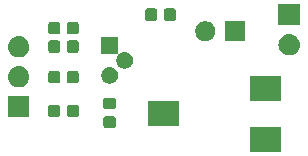
<source format=gts>
G04 #@! TF.GenerationSoftware,KiCad,Pcbnew,(5.1.4)-1*
G04 #@! TF.CreationDate,2020-05-05T22:30:09+03:00*
G04 #@! TF.ProjectId,Singe_transistor_AMP,53696e67-655f-4747-9261-6e736973746f,V1*
G04 #@! TF.SameCoordinates,Original*
G04 #@! TF.FileFunction,Soldermask,Top*
G04 #@! TF.FilePolarity,Negative*
%FSLAX46Y46*%
G04 Gerber Fmt 4.6, Leading zero omitted, Abs format (unit mm)*
G04 Created by KiCad (PCBNEW (5.1.4)-1) date 2020-05-05 22:30:09*
%MOMM*%
%LPD*%
G04 APERTURE LIST*
%ADD10C,0.100000*%
G04 APERTURE END LIST*
D10*
G36*
X121826000Y-104201000D02*
G01*
X119224000Y-104201000D01*
X119224000Y-102099000D01*
X121826000Y-102099000D01*
X121826000Y-104201000D01*
X121826000Y-104201000D01*
G37*
G36*
X107679591Y-101203085D02*
G01*
X107713569Y-101213393D01*
X107744890Y-101230134D01*
X107772339Y-101252661D01*
X107794866Y-101280110D01*
X107811607Y-101311431D01*
X107821915Y-101345409D01*
X107826000Y-101386890D01*
X107826000Y-101988110D01*
X107821915Y-102029591D01*
X107811607Y-102063569D01*
X107794866Y-102094890D01*
X107772339Y-102122339D01*
X107744890Y-102144866D01*
X107713569Y-102161607D01*
X107679591Y-102171915D01*
X107638110Y-102176000D01*
X106961890Y-102176000D01*
X106920409Y-102171915D01*
X106886431Y-102161607D01*
X106855110Y-102144866D01*
X106827661Y-102122339D01*
X106805134Y-102094890D01*
X106788393Y-102063569D01*
X106778085Y-102029591D01*
X106774000Y-101988110D01*
X106774000Y-101386890D01*
X106778085Y-101345409D01*
X106788393Y-101311431D01*
X106805134Y-101280110D01*
X106827661Y-101252661D01*
X106855110Y-101230134D01*
X106886431Y-101213393D01*
X106920409Y-101203085D01*
X106961890Y-101199000D01*
X107638110Y-101199000D01*
X107679591Y-101203085D01*
X107679591Y-101203085D01*
G37*
G36*
X113176000Y-102051000D02*
G01*
X110574000Y-102051000D01*
X110574000Y-99949000D01*
X113176000Y-99949000D01*
X113176000Y-102051000D01*
X113176000Y-102051000D01*
G37*
G36*
X100501000Y-101301000D02*
G01*
X98699000Y-101301000D01*
X98699000Y-99499000D01*
X100501000Y-99499000D01*
X100501000Y-101301000D01*
X100501000Y-101301000D01*
G37*
G36*
X104529591Y-100228085D02*
G01*
X104563569Y-100238393D01*
X104594890Y-100255134D01*
X104622339Y-100277661D01*
X104644866Y-100305110D01*
X104661607Y-100336431D01*
X104671915Y-100370409D01*
X104676000Y-100411890D01*
X104676000Y-101088110D01*
X104671915Y-101129591D01*
X104661607Y-101163569D01*
X104644866Y-101194890D01*
X104622339Y-101222339D01*
X104594890Y-101244866D01*
X104563569Y-101261607D01*
X104529591Y-101271915D01*
X104488110Y-101276000D01*
X103886890Y-101276000D01*
X103845409Y-101271915D01*
X103811431Y-101261607D01*
X103780110Y-101244866D01*
X103752661Y-101222339D01*
X103730134Y-101194890D01*
X103713393Y-101163569D01*
X103703085Y-101129591D01*
X103699000Y-101088110D01*
X103699000Y-100411890D01*
X103703085Y-100370409D01*
X103713393Y-100336431D01*
X103730134Y-100305110D01*
X103752661Y-100277661D01*
X103780110Y-100255134D01*
X103811431Y-100238393D01*
X103845409Y-100228085D01*
X103886890Y-100224000D01*
X104488110Y-100224000D01*
X104529591Y-100228085D01*
X104529591Y-100228085D01*
G37*
G36*
X102954591Y-100228085D02*
G01*
X102988569Y-100238393D01*
X103019890Y-100255134D01*
X103047339Y-100277661D01*
X103069866Y-100305110D01*
X103086607Y-100336431D01*
X103096915Y-100370409D01*
X103101000Y-100411890D01*
X103101000Y-101088110D01*
X103096915Y-101129591D01*
X103086607Y-101163569D01*
X103069866Y-101194890D01*
X103047339Y-101222339D01*
X103019890Y-101244866D01*
X102988569Y-101261607D01*
X102954591Y-101271915D01*
X102913110Y-101276000D01*
X102311890Y-101276000D01*
X102270409Y-101271915D01*
X102236431Y-101261607D01*
X102205110Y-101244866D01*
X102177661Y-101222339D01*
X102155134Y-101194890D01*
X102138393Y-101163569D01*
X102128085Y-101129591D01*
X102124000Y-101088110D01*
X102124000Y-100411890D01*
X102128085Y-100370409D01*
X102138393Y-100336431D01*
X102155134Y-100305110D01*
X102177661Y-100277661D01*
X102205110Y-100255134D01*
X102236431Y-100238393D01*
X102270409Y-100228085D01*
X102311890Y-100224000D01*
X102913110Y-100224000D01*
X102954591Y-100228085D01*
X102954591Y-100228085D01*
G37*
G36*
X107679591Y-99628085D02*
G01*
X107713569Y-99638393D01*
X107744890Y-99655134D01*
X107772339Y-99677661D01*
X107794866Y-99705110D01*
X107811607Y-99736431D01*
X107821915Y-99770409D01*
X107826000Y-99811890D01*
X107826000Y-100413110D01*
X107821915Y-100454591D01*
X107811607Y-100488569D01*
X107794866Y-100519890D01*
X107772339Y-100547339D01*
X107744890Y-100569866D01*
X107713569Y-100586607D01*
X107679591Y-100596915D01*
X107638110Y-100601000D01*
X106961890Y-100601000D01*
X106920409Y-100596915D01*
X106886431Y-100586607D01*
X106855110Y-100569866D01*
X106827661Y-100547339D01*
X106805134Y-100519890D01*
X106788393Y-100488569D01*
X106778085Y-100454591D01*
X106774000Y-100413110D01*
X106774000Y-99811890D01*
X106778085Y-99770409D01*
X106788393Y-99736431D01*
X106805134Y-99705110D01*
X106827661Y-99677661D01*
X106855110Y-99655134D01*
X106886431Y-99638393D01*
X106920409Y-99628085D01*
X106961890Y-99624000D01*
X107638110Y-99624000D01*
X107679591Y-99628085D01*
X107679591Y-99628085D01*
G37*
G36*
X121826000Y-99901000D02*
G01*
X119224000Y-99901000D01*
X119224000Y-97799000D01*
X121826000Y-97799000D01*
X121826000Y-99901000D01*
X121826000Y-99901000D01*
G37*
G36*
X99710442Y-96965518D02*
G01*
X99776627Y-96972037D01*
X99946466Y-97023557D01*
X100102991Y-97107222D01*
X100138729Y-97136552D01*
X100240186Y-97219814D01*
X100300363Y-97293141D01*
X100352778Y-97357009D01*
X100436443Y-97513534D01*
X100487963Y-97683373D01*
X100505359Y-97860000D01*
X100487963Y-98036627D01*
X100436443Y-98206466D01*
X100352778Y-98362991D01*
X100345106Y-98372339D01*
X100240186Y-98500186D01*
X100138729Y-98583448D01*
X100102991Y-98612778D01*
X99946466Y-98696443D01*
X99776627Y-98747963D01*
X99710443Y-98754481D01*
X99644260Y-98761000D01*
X99555740Y-98761000D01*
X99489558Y-98754482D01*
X99423373Y-98747963D01*
X99253534Y-98696443D01*
X99097009Y-98612778D01*
X99061271Y-98583448D01*
X98959814Y-98500186D01*
X98854894Y-98372339D01*
X98847222Y-98362991D01*
X98763557Y-98206466D01*
X98712037Y-98036627D01*
X98694641Y-97860000D01*
X98712037Y-97683373D01*
X98763557Y-97513534D01*
X98847222Y-97357009D01*
X98899637Y-97293141D01*
X98959814Y-97219814D01*
X99061271Y-97136552D01*
X99097009Y-97107222D01*
X99253534Y-97023557D01*
X99423373Y-96972037D01*
X99489557Y-96965519D01*
X99555740Y-96959000D01*
X99644260Y-96959000D01*
X99710442Y-96965518D01*
X99710442Y-96965518D01*
G37*
G36*
X107504473Y-97065938D02*
G01*
X107632049Y-97118782D01*
X107746859Y-97195495D01*
X107844505Y-97293141D01*
X107921218Y-97407951D01*
X107974062Y-97535527D01*
X108001000Y-97670956D01*
X108001000Y-97809044D01*
X107974062Y-97944473D01*
X107921218Y-98072049D01*
X107844505Y-98186859D01*
X107746859Y-98284505D01*
X107632049Y-98361218D01*
X107504473Y-98414062D01*
X107369044Y-98441000D01*
X107230956Y-98441000D01*
X107095527Y-98414062D01*
X106967951Y-98361218D01*
X106853141Y-98284505D01*
X106755495Y-98186859D01*
X106678782Y-98072049D01*
X106625938Y-97944473D01*
X106599000Y-97809044D01*
X106599000Y-97670956D01*
X106625938Y-97535527D01*
X106678782Y-97407951D01*
X106755495Y-97293141D01*
X106853141Y-97195495D01*
X106967951Y-97118782D01*
X107095527Y-97065938D01*
X107230956Y-97039000D01*
X107369044Y-97039000D01*
X107504473Y-97065938D01*
X107504473Y-97065938D01*
G37*
G36*
X104529591Y-97378085D02*
G01*
X104563569Y-97388393D01*
X104594890Y-97405134D01*
X104622339Y-97427661D01*
X104644866Y-97455110D01*
X104661607Y-97486431D01*
X104671915Y-97520409D01*
X104676000Y-97561890D01*
X104676000Y-98238110D01*
X104671915Y-98279591D01*
X104661607Y-98313569D01*
X104644866Y-98344890D01*
X104622339Y-98372339D01*
X104594890Y-98394866D01*
X104563569Y-98411607D01*
X104529591Y-98421915D01*
X104488110Y-98426000D01*
X103886890Y-98426000D01*
X103845409Y-98421915D01*
X103811431Y-98411607D01*
X103780110Y-98394866D01*
X103752661Y-98372339D01*
X103730134Y-98344890D01*
X103713393Y-98313569D01*
X103703085Y-98279591D01*
X103699000Y-98238110D01*
X103699000Y-97561890D01*
X103703085Y-97520409D01*
X103713393Y-97486431D01*
X103730134Y-97455110D01*
X103752661Y-97427661D01*
X103780110Y-97405134D01*
X103811431Y-97388393D01*
X103845409Y-97378085D01*
X103886890Y-97374000D01*
X104488110Y-97374000D01*
X104529591Y-97378085D01*
X104529591Y-97378085D01*
G37*
G36*
X102954591Y-97378085D02*
G01*
X102988569Y-97388393D01*
X103019890Y-97405134D01*
X103047339Y-97427661D01*
X103069866Y-97455110D01*
X103086607Y-97486431D01*
X103096915Y-97520409D01*
X103101000Y-97561890D01*
X103101000Y-98238110D01*
X103096915Y-98279591D01*
X103086607Y-98313569D01*
X103069866Y-98344890D01*
X103047339Y-98372339D01*
X103019890Y-98394866D01*
X102988569Y-98411607D01*
X102954591Y-98421915D01*
X102913110Y-98426000D01*
X102311890Y-98426000D01*
X102270409Y-98421915D01*
X102236431Y-98411607D01*
X102205110Y-98394866D01*
X102177661Y-98372339D01*
X102155134Y-98344890D01*
X102138393Y-98313569D01*
X102128085Y-98279591D01*
X102124000Y-98238110D01*
X102124000Y-97561890D01*
X102128085Y-97520409D01*
X102138393Y-97486431D01*
X102155134Y-97455110D01*
X102177661Y-97427661D01*
X102205110Y-97405134D01*
X102236431Y-97388393D01*
X102270409Y-97378085D01*
X102311890Y-97374000D01*
X102913110Y-97374000D01*
X102954591Y-97378085D01*
X102954591Y-97378085D01*
G37*
G36*
X108001000Y-95773251D02*
G01*
X108003402Y-95797637D01*
X108010515Y-95821086D01*
X108022066Y-95842697D01*
X108037611Y-95861639D01*
X108056553Y-95877184D01*
X108078164Y-95888735D01*
X108101613Y-95895848D01*
X108125999Y-95898250D01*
X108150385Y-95895848D01*
X108173834Y-95888735D01*
X108195444Y-95877184D01*
X108237951Y-95848782D01*
X108365527Y-95795938D01*
X108500956Y-95769000D01*
X108639044Y-95769000D01*
X108774473Y-95795938D01*
X108902049Y-95848782D01*
X109016859Y-95925495D01*
X109114505Y-96023141D01*
X109191218Y-96137951D01*
X109244062Y-96265527D01*
X109271000Y-96400956D01*
X109271000Y-96539044D01*
X109244062Y-96674473D01*
X109191218Y-96802049D01*
X109114505Y-96916859D01*
X109016859Y-97014505D01*
X108902049Y-97091218D01*
X108774473Y-97144062D01*
X108639044Y-97171000D01*
X108500956Y-97171000D01*
X108365527Y-97144062D01*
X108237951Y-97091218D01*
X108123141Y-97014505D01*
X108025495Y-96916859D01*
X107948782Y-96802049D01*
X107895938Y-96674473D01*
X107869000Y-96539044D01*
X107869000Y-96400956D01*
X107895938Y-96265527D01*
X107948782Y-96137951D01*
X107977184Y-96095444D01*
X107988735Y-96073833D01*
X107995848Y-96050384D01*
X107998250Y-96025998D01*
X107995848Y-96001612D01*
X107988735Y-95978163D01*
X107977183Y-95956553D01*
X107961638Y-95937611D01*
X107942696Y-95922066D01*
X107921085Y-95910515D01*
X107897636Y-95903402D01*
X107873251Y-95901000D01*
X106599000Y-95901000D01*
X106599000Y-94499000D01*
X108001000Y-94499000D01*
X108001000Y-95773251D01*
X108001000Y-95773251D01*
G37*
G36*
X99710443Y-94425519D02*
G01*
X99776627Y-94432037D01*
X99946466Y-94483557D01*
X99946468Y-94483558D01*
X99976882Y-94499815D01*
X100102991Y-94567222D01*
X100138729Y-94596552D01*
X100240186Y-94679814D01*
X100301189Y-94754148D01*
X100352778Y-94817009D01*
X100436443Y-94973534D01*
X100487963Y-95143373D01*
X100505359Y-95320000D01*
X100487963Y-95496627D01*
X100443564Y-95642991D01*
X100436442Y-95666468D01*
X100411266Y-95713569D01*
X100352778Y-95822991D01*
X100331612Y-95848782D01*
X100240186Y-95960186D01*
X100157598Y-96027963D01*
X100102991Y-96072778D01*
X99946466Y-96156443D01*
X99776627Y-96207963D01*
X99710442Y-96214482D01*
X99644260Y-96221000D01*
X99555740Y-96221000D01*
X99489557Y-96214481D01*
X99423373Y-96207963D01*
X99253534Y-96156443D01*
X99097009Y-96072778D01*
X99042402Y-96027963D01*
X98959814Y-95960186D01*
X98868388Y-95848782D01*
X98847222Y-95822991D01*
X98788734Y-95713569D01*
X98763558Y-95666468D01*
X98756436Y-95642991D01*
X98712037Y-95496627D01*
X98694641Y-95320000D01*
X98712037Y-95143373D01*
X98763557Y-94973534D01*
X98847222Y-94817009D01*
X98898811Y-94754148D01*
X98959814Y-94679814D01*
X99061271Y-94596552D01*
X99097009Y-94567222D01*
X99223118Y-94499815D01*
X99253532Y-94483558D01*
X99253534Y-94483557D01*
X99423373Y-94432037D01*
X99489557Y-94425519D01*
X99555740Y-94419000D01*
X99644260Y-94419000D01*
X99710443Y-94425519D01*
X99710443Y-94425519D01*
G37*
G36*
X122610443Y-94245519D02*
G01*
X122676627Y-94252037D01*
X122846466Y-94303557D01*
X123002991Y-94387222D01*
X123022338Y-94403100D01*
X123140186Y-94499814D01*
X123195505Y-94567222D01*
X123252778Y-94637009D01*
X123252779Y-94637011D01*
X123335940Y-94792592D01*
X123336443Y-94793534D01*
X123387963Y-94963373D01*
X123405359Y-95140000D01*
X123387963Y-95316627D01*
X123336443Y-95486466D01*
X123252778Y-95642991D01*
X123233512Y-95666466D01*
X123140186Y-95780186D01*
X123056600Y-95848782D01*
X123002991Y-95892778D01*
X123002989Y-95892779D01*
X122876881Y-95960186D01*
X122846466Y-95976443D01*
X122676627Y-96027963D01*
X122610442Y-96034482D01*
X122544260Y-96041000D01*
X122455740Y-96041000D01*
X122389558Y-96034482D01*
X122323373Y-96027963D01*
X122153534Y-95976443D01*
X122123120Y-95960186D01*
X121997011Y-95892779D01*
X121997009Y-95892778D01*
X121943400Y-95848782D01*
X121859814Y-95780186D01*
X121766488Y-95666466D01*
X121747222Y-95642991D01*
X121663557Y-95486466D01*
X121612037Y-95316627D01*
X121594641Y-95140000D01*
X121612037Y-94963373D01*
X121663557Y-94793534D01*
X121664061Y-94792592D01*
X121747221Y-94637011D01*
X121747222Y-94637009D01*
X121804495Y-94567222D01*
X121859814Y-94499814D01*
X121977662Y-94403100D01*
X121997009Y-94387222D01*
X122153534Y-94303557D01*
X122323373Y-94252037D01*
X122389557Y-94245519D01*
X122455740Y-94239000D01*
X122544260Y-94239000D01*
X122610443Y-94245519D01*
X122610443Y-94245519D01*
G37*
G36*
X102954591Y-94778085D02*
G01*
X102988569Y-94788393D01*
X103019890Y-94805134D01*
X103047339Y-94827661D01*
X103069866Y-94855110D01*
X103086607Y-94886431D01*
X103096915Y-94920409D01*
X103101000Y-94961890D01*
X103101000Y-95638110D01*
X103096915Y-95679591D01*
X103086607Y-95713569D01*
X103069866Y-95744890D01*
X103047339Y-95772339D01*
X103019890Y-95794866D01*
X102988569Y-95811607D01*
X102954591Y-95821915D01*
X102913110Y-95826000D01*
X102311890Y-95826000D01*
X102270409Y-95821915D01*
X102236431Y-95811607D01*
X102205110Y-95794866D01*
X102177661Y-95772339D01*
X102155134Y-95744890D01*
X102138393Y-95713569D01*
X102128085Y-95679591D01*
X102124000Y-95638110D01*
X102124000Y-94961890D01*
X102128085Y-94920409D01*
X102138393Y-94886431D01*
X102155134Y-94855110D01*
X102177661Y-94827661D01*
X102205110Y-94805134D01*
X102236431Y-94788393D01*
X102270409Y-94778085D01*
X102311890Y-94774000D01*
X102913110Y-94774000D01*
X102954591Y-94778085D01*
X102954591Y-94778085D01*
G37*
G36*
X104529591Y-94778085D02*
G01*
X104563569Y-94788393D01*
X104594890Y-94805134D01*
X104622339Y-94827661D01*
X104644866Y-94855110D01*
X104661607Y-94886431D01*
X104671915Y-94920409D01*
X104676000Y-94961890D01*
X104676000Y-95638110D01*
X104671915Y-95679591D01*
X104661607Y-95713569D01*
X104644866Y-95744890D01*
X104622339Y-95772339D01*
X104594890Y-95794866D01*
X104563569Y-95811607D01*
X104529591Y-95821915D01*
X104488110Y-95826000D01*
X103886890Y-95826000D01*
X103845409Y-95821915D01*
X103811431Y-95811607D01*
X103780110Y-95794866D01*
X103752661Y-95772339D01*
X103730134Y-95744890D01*
X103713393Y-95713569D01*
X103703085Y-95679591D01*
X103699000Y-95638110D01*
X103699000Y-94961890D01*
X103703085Y-94920409D01*
X103713393Y-94886431D01*
X103730134Y-94855110D01*
X103752661Y-94827661D01*
X103780110Y-94805134D01*
X103811431Y-94788393D01*
X103845409Y-94778085D01*
X103886890Y-94774000D01*
X104488110Y-94774000D01*
X104529591Y-94778085D01*
X104529591Y-94778085D01*
G37*
G36*
X115648228Y-93181703D02*
G01*
X115803100Y-93245853D01*
X115942481Y-93338985D01*
X116061015Y-93457519D01*
X116154147Y-93596900D01*
X116218297Y-93751772D01*
X116251000Y-93916184D01*
X116251000Y-94083816D01*
X116218297Y-94248228D01*
X116154147Y-94403100D01*
X116061015Y-94542481D01*
X115942481Y-94661015D01*
X115803100Y-94754147D01*
X115648228Y-94818297D01*
X115483816Y-94851000D01*
X115316184Y-94851000D01*
X115151772Y-94818297D01*
X114996900Y-94754147D01*
X114857519Y-94661015D01*
X114738985Y-94542481D01*
X114645853Y-94403100D01*
X114581703Y-94248228D01*
X114549000Y-94083816D01*
X114549000Y-93916184D01*
X114581703Y-93751772D01*
X114645853Y-93596900D01*
X114738985Y-93457519D01*
X114857519Y-93338985D01*
X114996900Y-93245853D01*
X115151772Y-93181703D01*
X115316184Y-93149000D01*
X115483816Y-93149000D01*
X115648228Y-93181703D01*
X115648228Y-93181703D01*
G37*
G36*
X118751000Y-94851000D02*
G01*
X117049000Y-94851000D01*
X117049000Y-93149000D01*
X118751000Y-93149000D01*
X118751000Y-94851000D01*
X118751000Y-94851000D01*
G37*
G36*
X102954591Y-93228085D02*
G01*
X102988569Y-93238393D01*
X103019890Y-93255134D01*
X103047339Y-93277661D01*
X103069866Y-93305110D01*
X103086607Y-93336431D01*
X103096915Y-93370409D01*
X103101000Y-93411890D01*
X103101000Y-94088110D01*
X103096915Y-94129591D01*
X103086607Y-94163569D01*
X103069866Y-94194890D01*
X103047339Y-94222339D01*
X103019890Y-94244866D01*
X102988569Y-94261607D01*
X102954591Y-94271915D01*
X102913110Y-94276000D01*
X102311890Y-94276000D01*
X102270409Y-94271915D01*
X102236431Y-94261607D01*
X102205110Y-94244866D01*
X102177661Y-94222339D01*
X102155134Y-94194890D01*
X102138393Y-94163569D01*
X102128085Y-94129591D01*
X102124000Y-94088110D01*
X102124000Y-93411890D01*
X102128085Y-93370409D01*
X102138393Y-93336431D01*
X102155134Y-93305110D01*
X102177661Y-93277661D01*
X102205110Y-93255134D01*
X102236431Y-93238393D01*
X102270409Y-93228085D01*
X102311890Y-93224000D01*
X102913110Y-93224000D01*
X102954591Y-93228085D01*
X102954591Y-93228085D01*
G37*
G36*
X104529591Y-93228085D02*
G01*
X104563569Y-93238393D01*
X104594890Y-93255134D01*
X104622339Y-93277661D01*
X104644866Y-93305110D01*
X104661607Y-93336431D01*
X104671915Y-93370409D01*
X104676000Y-93411890D01*
X104676000Y-94088110D01*
X104671915Y-94129591D01*
X104661607Y-94163569D01*
X104644866Y-94194890D01*
X104622339Y-94222339D01*
X104594890Y-94244866D01*
X104563569Y-94261607D01*
X104529591Y-94271915D01*
X104488110Y-94276000D01*
X103886890Y-94276000D01*
X103845409Y-94271915D01*
X103811431Y-94261607D01*
X103780110Y-94244866D01*
X103752661Y-94222339D01*
X103730134Y-94194890D01*
X103713393Y-94163569D01*
X103703085Y-94129591D01*
X103699000Y-94088110D01*
X103699000Y-93411890D01*
X103703085Y-93370409D01*
X103713393Y-93336431D01*
X103730134Y-93305110D01*
X103752661Y-93277661D01*
X103780110Y-93255134D01*
X103811431Y-93238393D01*
X103845409Y-93228085D01*
X103886890Y-93224000D01*
X104488110Y-93224000D01*
X104529591Y-93228085D01*
X104529591Y-93228085D01*
G37*
G36*
X123401000Y-93501000D02*
G01*
X121599000Y-93501000D01*
X121599000Y-91699000D01*
X123401000Y-91699000D01*
X123401000Y-93501000D01*
X123401000Y-93501000D01*
G37*
G36*
X111167091Y-92078085D02*
G01*
X111201069Y-92088393D01*
X111232390Y-92105134D01*
X111259839Y-92127661D01*
X111282366Y-92155110D01*
X111299107Y-92186431D01*
X111309415Y-92220409D01*
X111313500Y-92261890D01*
X111313500Y-92938110D01*
X111309415Y-92979591D01*
X111299107Y-93013569D01*
X111282366Y-93044890D01*
X111259839Y-93072339D01*
X111232390Y-93094866D01*
X111201069Y-93111607D01*
X111167091Y-93121915D01*
X111125610Y-93126000D01*
X110524390Y-93126000D01*
X110482909Y-93121915D01*
X110448931Y-93111607D01*
X110417610Y-93094866D01*
X110390161Y-93072339D01*
X110367634Y-93044890D01*
X110350893Y-93013569D01*
X110340585Y-92979591D01*
X110336500Y-92938110D01*
X110336500Y-92261890D01*
X110340585Y-92220409D01*
X110350893Y-92186431D01*
X110367634Y-92155110D01*
X110390161Y-92127661D01*
X110417610Y-92105134D01*
X110448931Y-92088393D01*
X110482909Y-92078085D01*
X110524390Y-92074000D01*
X111125610Y-92074000D01*
X111167091Y-92078085D01*
X111167091Y-92078085D01*
G37*
G36*
X112742091Y-92078085D02*
G01*
X112776069Y-92088393D01*
X112807390Y-92105134D01*
X112834839Y-92127661D01*
X112857366Y-92155110D01*
X112874107Y-92186431D01*
X112884415Y-92220409D01*
X112888500Y-92261890D01*
X112888500Y-92938110D01*
X112884415Y-92979591D01*
X112874107Y-93013569D01*
X112857366Y-93044890D01*
X112834839Y-93072339D01*
X112807390Y-93094866D01*
X112776069Y-93111607D01*
X112742091Y-93121915D01*
X112700610Y-93126000D01*
X112099390Y-93126000D01*
X112057909Y-93121915D01*
X112023931Y-93111607D01*
X111992610Y-93094866D01*
X111965161Y-93072339D01*
X111942634Y-93044890D01*
X111925893Y-93013569D01*
X111915585Y-92979591D01*
X111911500Y-92938110D01*
X111911500Y-92261890D01*
X111915585Y-92220409D01*
X111925893Y-92186431D01*
X111942634Y-92155110D01*
X111965161Y-92127661D01*
X111992610Y-92105134D01*
X112023931Y-92088393D01*
X112057909Y-92078085D01*
X112099390Y-92074000D01*
X112700610Y-92074000D01*
X112742091Y-92078085D01*
X112742091Y-92078085D01*
G37*
M02*

</source>
